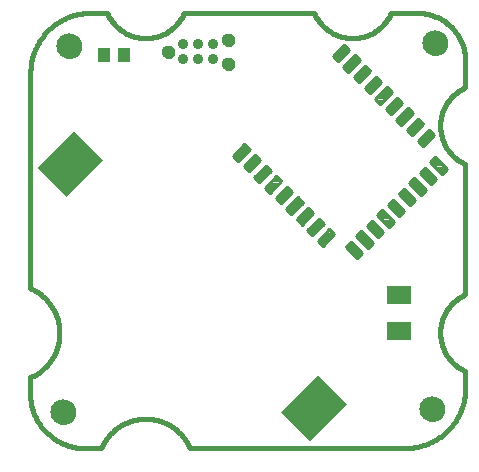
<source format=gts>
G75*
%MOIN*%
%OFA0B0*%
%FSLAX25Y25*%
%IPPOS*%
%LPD*%
%AMOC8*
5,1,8,0,0,1.08239X$1,22.5*
%
%ADD10C,0.00000*%
%ADD11C,0.08400*%
%ADD12C,0.01600*%
%ADD13R,0.17400X0.13400*%
%ADD14R,0.08274X0.06306*%
%ADD15C,0.01020*%
%ADD16C,0.03500*%
%ADD17C,0.04400*%
%ADD18R,0.04337X0.04731*%
D10*
X0027475Y0032412D02*
X0027477Y0032538D01*
X0027483Y0032664D01*
X0027493Y0032790D01*
X0027507Y0032916D01*
X0027525Y0033041D01*
X0027547Y0033165D01*
X0027572Y0033289D01*
X0027602Y0033412D01*
X0027635Y0033533D01*
X0027673Y0033654D01*
X0027714Y0033773D01*
X0027759Y0033892D01*
X0027807Y0034008D01*
X0027859Y0034123D01*
X0027915Y0034236D01*
X0027975Y0034348D01*
X0028038Y0034457D01*
X0028104Y0034565D01*
X0028173Y0034670D01*
X0028246Y0034773D01*
X0028323Y0034874D01*
X0028402Y0034972D01*
X0028484Y0035068D01*
X0028570Y0035161D01*
X0028658Y0035252D01*
X0028749Y0035339D01*
X0028843Y0035424D01*
X0028939Y0035505D01*
X0029038Y0035584D01*
X0029139Y0035659D01*
X0029243Y0035731D01*
X0029349Y0035800D01*
X0029457Y0035866D01*
X0029567Y0035928D01*
X0029679Y0035986D01*
X0029792Y0036041D01*
X0029908Y0036092D01*
X0030025Y0036140D01*
X0030143Y0036184D01*
X0030263Y0036224D01*
X0030384Y0036260D01*
X0030506Y0036293D01*
X0030629Y0036322D01*
X0030753Y0036346D01*
X0030877Y0036367D01*
X0031002Y0036384D01*
X0031128Y0036397D01*
X0031254Y0036406D01*
X0031380Y0036411D01*
X0031507Y0036412D01*
X0031633Y0036409D01*
X0031759Y0036402D01*
X0031885Y0036391D01*
X0032010Y0036376D01*
X0032135Y0036357D01*
X0032259Y0036334D01*
X0032383Y0036308D01*
X0032505Y0036277D01*
X0032627Y0036243D01*
X0032747Y0036204D01*
X0032866Y0036162D01*
X0032984Y0036117D01*
X0033100Y0036067D01*
X0033215Y0036014D01*
X0033327Y0035957D01*
X0033438Y0035897D01*
X0033547Y0035833D01*
X0033654Y0035766D01*
X0033759Y0035696D01*
X0033862Y0035622D01*
X0033962Y0035545D01*
X0034060Y0035465D01*
X0034155Y0035382D01*
X0034247Y0035296D01*
X0034337Y0035207D01*
X0034424Y0035115D01*
X0034507Y0035021D01*
X0034588Y0034924D01*
X0034666Y0034824D01*
X0034741Y0034722D01*
X0034812Y0034618D01*
X0034880Y0034511D01*
X0034944Y0034403D01*
X0035005Y0034292D01*
X0035063Y0034180D01*
X0035117Y0034066D01*
X0035167Y0033950D01*
X0035214Y0033833D01*
X0035257Y0033714D01*
X0035296Y0033594D01*
X0035332Y0033473D01*
X0035363Y0033350D01*
X0035391Y0033227D01*
X0035415Y0033103D01*
X0035435Y0032978D01*
X0035451Y0032853D01*
X0035463Y0032727D01*
X0035471Y0032601D01*
X0035475Y0032475D01*
X0035475Y0032349D01*
X0035471Y0032223D01*
X0035463Y0032097D01*
X0035451Y0031971D01*
X0035435Y0031846D01*
X0035415Y0031721D01*
X0035391Y0031597D01*
X0035363Y0031474D01*
X0035332Y0031351D01*
X0035296Y0031230D01*
X0035257Y0031110D01*
X0035214Y0030991D01*
X0035167Y0030874D01*
X0035117Y0030758D01*
X0035063Y0030644D01*
X0035005Y0030532D01*
X0034944Y0030421D01*
X0034880Y0030313D01*
X0034812Y0030206D01*
X0034741Y0030102D01*
X0034666Y0030000D01*
X0034588Y0029900D01*
X0034507Y0029803D01*
X0034424Y0029709D01*
X0034337Y0029617D01*
X0034247Y0029528D01*
X0034155Y0029442D01*
X0034060Y0029359D01*
X0033962Y0029279D01*
X0033862Y0029202D01*
X0033759Y0029128D01*
X0033654Y0029058D01*
X0033547Y0028991D01*
X0033438Y0028927D01*
X0033327Y0028867D01*
X0033215Y0028810D01*
X0033100Y0028757D01*
X0032984Y0028707D01*
X0032866Y0028662D01*
X0032747Y0028620D01*
X0032627Y0028581D01*
X0032505Y0028547D01*
X0032383Y0028516D01*
X0032259Y0028490D01*
X0032135Y0028467D01*
X0032010Y0028448D01*
X0031885Y0028433D01*
X0031759Y0028422D01*
X0031633Y0028415D01*
X0031507Y0028412D01*
X0031380Y0028413D01*
X0031254Y0028418D01*
X0031128Y0028427D01*
X0031002Y0028440D01*
X0030877Y0028457D01*
X0030753Y0028478D01*
X0030629Y0028502D01*
X0030506Y0028531D01*
X0030384Y0028564D01*
X0030263Y0028600D01*
X0030143Y0028640D01*
X0030025Y0028684D01*
X0029908Y0028732D01*
X0029792Y0028783D01*
X0029679Y0028838D01*
X0029567Y0028896D01*
X0029457Y0028958D01*
X0029349Y0029024D01*
X0029243Y0029093D01*
X0029139Y0029165D01*
X0029038Y0029240D01*
X0028939Y0029319D01*
X0028843Y0029400D01*
X0028749Y0029485D01*
X0028658Y0029572D01*
X0028570Y0029663D01*
X0028484Y0029756D01*
X0028402Y0029852D01*
X0028323Y0029950D01*
X0028246Y0030051D01*
X0028173Y0030154D01*
X0028104Y0030259D01*
X0028038Y0030367D01*
X0027975Y0030476D01*
X0027915Y0030588D01*
X0027859Y0030701D01*
X0027807Y0030816D01*
X0027759Y0030932D01*
X0027714Y0031051D01*
X0027673Y0031170D01*
X0027635Y0031291D01*
X0027602Y0031412D01*
X0027572Y0031535D01*
X0027547Y0031659D01*
X0027525Y0031783D01*
X0027507Y0031908D01*
X0027493Y0032034D01*
X0027483Y0032160D01*
X0027477Y0032286D01*
X0027475Y0032412D01*
X0084475Y0148412D02*
X0084477Y0148501D01*
X0084483Y0148590D01*
X0084493Y0148679D01*
X0084507Y0148767D01*
X0084524Y0148854D01*
X0084546Y0148940D01*
X0084572Y0149026D01*
X0084601Y0149110D01*
X0084634Y0149193D01*
X0084670Y0149274D01*
X0084711Y0149354D01*
X0084754Y0149431D01*
X0084801Y0149507D01*
X0084852Y0149580D01*
X0084905Y0149651D01*
X0084962Y0149720D01*
X0085022Y0149786D01*
X0085085Y0149850D01*
X0085150Y0149910D01*
X0085218Y0149968D01*
X0085289Y0150022D01*
X0085362Y0150073D01*
X0085437Y0150121D01*
X0085514Y0150166D01*
X0085593Y0150207D01*
X0085674Y0150244D01*
X0085756Y0150278D01*
X0085840Y0150309D01*
X0085925Y0150335D01*
X0086011Y0150358D01*
X0086098Y0150376D01*
X0086186Y0150391D01*
X0086275Y0150402D01*
X0086364Y0150409D01*
X0086453Y0150412D01*
X0086542Y0150411D01*
X0086631Y0150406D01*
X0086719Y0150397D01*
X0086808Y0150384D01*
X0086895Y0150367D01*
X0086982Y0150347D01*
X0087068Y0150322D01*
X0087152Y0150294D01*
X0087235Y0150262D01*
X0087317Y0150226D01*
X0087397Y0150187D01*
X0087475Y0150144D01*
X0087551Y0150098D01*
X0087625Y0150048D01*
X0087697Y0149995D01*
X0087766Y0149939D01*
X0087833Y0149880D01*
X0087897Y0149818D01*
X0087958Y0149754D01*
X0088017Y0149686D01*
X0088072Y0149616D01*
X0088124Y0149544D01*
X0088173Y0149469D01*
X0088218Y0149393D01*
X0088260Y0149314D01*
X0088298Y0149234D01*
X0088333Y0149152D01*
X0088364Y0149068D01*
X0088392Y0148983D01*
X0088415Y0148897D01*
X0088435Y0148810D01*
X0088451Y0148723D01*
X0088463Y0148634D01*
X0088471Y0148546D01*
X0088475Y0148457D01*
X0088475Y0148367D01*
X0088471Y0148278D01*
X0088463Y0148190D01*
X0088451Y0148101D01*
X0088435Y0148014D01*
X0088415Y0147927D01*
X0088392Y0147841D01*
X0088364Y0147756D01*
X0088333Y0147672D01*
X0088298Y0147590D01*
X0088260Y0147510D01*
X0088218Y0147431D01*
X0088173Y0147355D01*
X0088124Y0147280D01*
X0088072Y0147208D01*
X0088017Y0147138D01*
X0087958Y0147070D01*
X0087897Y0147006D01*
X0087833Y0146944D01*
X0087766Y0146885D01*
X0087697Y0146829D01*
X0087625Y0146776D01*
X0087551Y0146726D01*
X0087475Y0146680D01*
X0087397Y0146637D01*
X0087317Y0146598D01*
X0087235Y0146562D01*
X0087152Y0146530D01*
X0087068Y0146502D01*
X0086982Y0146477D01*
X0086895Y0146457D01*
X0086808Y0146440D01*
X0086719Y0146427D01*
X0086631Y0146418D01*
X0086542Y0146413D01*
X0086453Y0146412D01*
X0086364Y0146415D01*
X0086275Y0146422D01*
X0086186Y0146433D01*
X0086098Y0146448D01*
X0086011Y0146466D01*
X0085925Y0146489D01*
X0085840Y0146515D01*
X0085756Y0146546D01*
X0085674Y0146580D01*
X0085593Y0146617D01*
X0085514Y0146658D01*
X0085437Y0146703D01*
X0085362Y0146751D01*
X0085289Y0146802D01*
X0085218Y0146856D01*
X0085150Y0146914D01*
X0085085Y0146974D01*
X0085022Y0147038D01*
X0084962Y0147104D01*
X0084905Y0147173D01*
X0084852Y0147244D01*
X0084801Y0147317D01*
X0084754Y0147393D01*
X0084711Y0147470D01*
X0084670Y0147550D01*
X0084634Y0147631D01*
X0084601Y0147714D01*
X0084572Y0147798D01*
X0084546Y0147884D01*
X0084524Y0147970D01*
X0084507Y0148057D01*
X0084493Y0148145D01*
X0084483Y0148234D01*
X0084477Y0148323D01*
X0084475Y0148412D01*
X0084475Y0156412D02*
X0084477Y0156501D01*
X0084483Y0156590D01*
X0084493Y0156679D01*
X0084507Y0156767D01*
X0084524Y0156854D01*
X0084546Y0156940D01*
X0084572Y0157026D01*
X0084601Y0157110D01*
X0084634Y0157193D01*
X0084670Y0157274D01*
X0084711Y0157354D01*
X0084754Y0157431D01*
X0084801Y0157507D01*
X0084852Y0157580D01*
X0084905Y0157651D01*
X0084962Y0157720D01*
X0085022Y0157786D01*
X0085085Y0157850D01*
X0085150Y0157910D01*
X0085218Y0157968D01*
X0085289Y0158022D01*
X0085362Y0158073D01*
X0085437Y0158121D01*
X0085514Y0158166D01*
X0085593Y0158207D01*
X0085674Y0158244D01*
X0085756Y0158278D01*
X0085840Y0158309D01*
X0085925Y0158335D01*
X0086011Y0158358D01*
X0086098Y0158376D01*
X0086186Y0158391D01*
X0086275Y0158402D01*
X0086364Y0158409D01*
X0086453Y0158412D01*
X0086542Y0158411D01*
X0086631Y0158406D01*
X0086719Y0158397D01*
X0086808Y0158384D01*
X0086895Y0158367D01*
X0086982Y0158347D01*
X0087068Y0158322D01*
X0087152Y0158294D01*
X0087235Y0158262D01*
X0087317Y0158226D01*
X0087397Y0158187D01*
X0087475Y0158144D01*
X0087551Y0158098D01*
X0087625Y0158048D01*
X0087697Y0157995D01*
X0087766Y0157939D01*
X0087833Y0157880D01*
X0087897Y0157818D01*
X0087958Y0157754D01*
X0088017Y0157686D01*
X0088072Y0157616D01*
X0088124Y0157544D01*
X0088173Y0157469D01*
X0088218Y0157393D01*
X0088260Y0157314D01*
X0088298Y0157234D01*
X0088333Y0157152D01*
X0088364Y0157068D01*
X0088392Y0156983D01*
X0088415Y0156897D01*
X0088435Y0156810D01*
X0088451Y0156723D01*
X0088463Y0156634D01*
X0088471Y0156546D01*
X0088475Y0156457D01*
X0088475Y0156367D01*
X0088471Y0156278D01*
X0088463Y0156190D01*
X0088451Y0156101D01*
X0088435Y0156014D01*
X0088415Y0155927D01*
X0088392Y0155841D01*
X0088364Y0155756D01*
X0088333Y0155672D01*
X0088298Y0155590D01*
X0088260Y0155510D01*
X0088218Y0155431D01*
X0088173Y0155355D01*
X0088124Y0155280D01*
X0088072Y0155208D01*
X0088017Y0155138D01*
X0087958Y0155070D01*
X0087897Y0155006D01*
X0087833Y0154944D01*
X0087766Y0154885D01*
X0087697Y0154829D01*
X0087625Y0154776D01*
X0087551Y0154726D01*
X0087475Y0154680D01*
X0087397Y0154637D01*
X0087317Y0154598D01*
X0087235Y0154562D01*
X0087152Y0154530D01*
X0087068Y0154502D01*
X0086982Y0154477D01*
X0086895Y0154457D01*
X0086808Y0154440D01*
X0086719Y0154427D01*
X0086631Y0154418D01*
X0086542Y0154413D01*
X0086453Y0154412D01*
X0086364Y0154415D01*
X0086275Y0154422D01*
X0086186Y0154433D01*
X0086098Y0154448D01*
X0086011Y0154466D01*
X0085925Y0154489D01*
X0085840Y0154515D01*
X0085756Y0154546D01*
X0085674Y0154580D01*
X0085593Y0154617D01*
X0085514Y0154658D01*
X0085437Y0154703D01*
X0085362Y0154751D01*
X0085289Y0154802D01*
X0085218Y0154856D01*
X0085150Y0154914D01*
X0085085Y0154974D01*
X0085022Y0155038D01*
X0084962Y0155104D01*
X0084905Y0155173D01*
X0084852Y0155244D01*
X0084801Y0155317D01*
X0084754Y0155393D01*
X0084711Y0155470D01*
X0084670Y0155550D01*
X0084634Y0155631D01*
X0084601Y0155714D01*
X0084572Y0155798D01*
X0084546Y0155884D01*
X0084524Y0155970D01*
X0084507Y0156057D01*
X0084493Y0156145D01*
X0084483Y0156234D01*
X0084477Y0156323D01*
X0084475Y0156412D01*
X0064475Y0152412D02*
X0064477Y0152501D01*
X0064483Y0152590D01*
X0064493Y0152679D01*
X0064507Y0152767D01*
X0064524Y0152854D01*
X0064546Y0152940D01*
X0064572Y0153026D01*
X0064601Y0153110D01*
X0064634Y0153193D01*
X0064670Y0153274D01*
X0064711Y0153354D01*
X0064754Y0153431D01*
X0064801Y0153507D01*
X0064852Y0153580D01*
X0064905Y0153651D01*
X0064962Y0153720D01*
X0065022Y0153786D01*
X0065085Y0153850D01*
X0065150Y0153910D01*
X0065218Y0153968D01*
X0065289Y0154022D01*
X0065362Y0154073D01*
X0065437Y0154121D01*
X0065514Y0154166D01*
X0065593Y0154207D01*
X0065674Y0154244D01*
X0065756Y0154278D01*
X0065840Y0154309D01*
X0065925Y0154335D01*
X0066011Y0154358D01*
X0066098Y0154376D01*
X0066186Y0154391D01*
X0066275Y0154402D01*
X0066364Y0154409D01*
X0066453Y0154412D01*
X0066542Y0154411D01*
X0066631Y0154406D01*
X0066719Y0154397D01*
X0066808Y0154384D01*
X0066895Y0154367D01*
X0066982Y0154347D01*
X0067068Y0154322D01*
X0067152Y0154294D01*
X0067235Y0154262D01*
X0067317Y0154226D01*
X0067397Y0154187D01*
X0067475Y0154144D01*
X0067551Y0154098D01*
X0067625Y0154048D01*
X0067697Y0153995D01*
X0067766Y0153939D01*
X0067833Y0153880D01*
X0067897Y0153818D01*
X0067958Y0153754D01*
X0068017Y0153686D01*
X0068072Y0153616D01*
X0068124Y0153544D01*
X0068173Y0153469D01*
X0068218Y0153393D01*
X0068260Y0153314D01*
X0068298Y0153234D01*
X0068333Y0153152D01*
X0068364Y0153068D01*
X0068392Y0152983D01*
X0068415Y0152897D01*
X0068435Y0152810D01*
X0068451Y0152723D01*
X0068463Y0152634D01*
X0068471Y0152546D01*
X0068475Y0152457D01*
X0068475Y0152367D01*
X0068471Y0152278D01*
X0068463Y0152190D01*
X0068451Y0152101D01*
X0068435Y0152014D01*
X0068415Y0151927D01*
X0068392Y0151841D01*
X0068364Y0151756D01*
X0068333Y0151672D01*
X0068298Y0151590D01*
X0068260Y0151510D01*
X0068218Y0151431D01*
X0068173Y0151355D01*
X0068124Y0151280D01*
X0068072Y0151208D01*
X0068017Y0151138D01*
X0067958Y0151070D01*
X0067897Y0151006D01*
X0067833Y0150944D01*
X0067766Y0150885D01*
X0067697Y0150829D01*
X0067625Y0150776D01*
X0067551Y0150726D01*
X0067475Y0150680D01*
X0067397Y0150637D01*
X0067317Y0150598D01*
X0067235Y0150562D01*
X0067152Y0150530D01*
X0067068Y0150502D01*
X0066982Y0150477D01*
X0066895Y0150457D01*
X0066808Y0150440D01*
X0066719Y0150427D01*
X0066631Y0150418D01*
X0066542Y0150413D01*
X0066453Y0150412D01*
X0066364Y0150415D01*
X0066275Y0150422D01*
X0066186Y0150433D01*
X0066098Y0150448D01*
X0066011Y0150466D01*
X0065925Y0150489D01*
X0065840Y0150515D01*
X0065756Y0150546D01*
X0065674Y0150580D01*
X0065593Y0150617D01*
X0065514Y0150658D01*
X0065437Y0150703D01*
X0065362Y0150751D01*
X0065289Y0150802D01*
X0065218Y0150856D01*
X0065150Y0150914D01*
X0065085Y0150974D01*
X0065022Y0151038D01*
X0064962Y0151104D01*
X0064905Y0151173D01*
X0064852Y0151244D01*
X0064801Y0151317D01*
X0064754Y0151393D01*
X0064711Y0151470D01*
X0064670Y0151550D01*
X0064634Y0151631D01*
X0064601Y0151714D01*
X0064572Y0151798D01*
X0064546Y0151884D01*
X0064524Y0151970D01*
X0064507Y0152057D01*
X0064493Y0152145D01*
X0064483Y0152234D01*
X0064477Y0152323D01*
X0064475Y0152412D01*
X0029475Y0154412D02*
X0029477Y0154538D01*
X0029483Y0154664D01*
X0029493Y0154790D01*
X0029507Y0154916D01*
X0029525Y0155041D01*
X0029547Y0155165D01*
X0029572Y0155289D01*
X0029602Y0155412D01*
X0029635Y0155533D01*
X0029673Y0155654D01*
X0029714Y0155773D01*
X0029759Y0155892D01*
X0029807Y0156008D01*
X0029859Y0156123D01*
X0029915Y0156236D01*
X0029975Y0156348D01*
X0030038Y0156457D01*
X0030104Y0156565D01*
X0030173Y0156670D01*
X0030246Y0156773D01*
X0030323Y0156874D01*
X0030402Y0156972D01*
X0030484Y0157068D01*
X0030570Y0157161D01*
X0030658Y0157252D01*
X0030749Y0157339D01*
X0030843Y0157424D01*
X0030939Y0157505D01*
X0031038Y0157584D01*
X0031139Y0157659D01*
X0031243Y0157731D01*
X0031349Y0157800D01*
X0031457Y0157866D01*
X0031567Y0157928D01*
X0031679Y0157986D01*
X0031792Y0158041D01*
X0031908Y0158092D01*
X0032025Y0158140D01*
X0032143Y0158184D01*
X0032263Y0158224D01*
X0032384Y0158260D01*
X0032506Y0158293D01*
X0032629Y0158322D01*
X0032753Y0158346D01*
X0032877Y0158367D01*
X0033002Y0158384D01*
X0033128Y0158397D01*
X0033254Y0158406D01*
X0033380Y0158411D01*
X0033507Y0158412D01*
X0033633Y0158409D01*
X0033759Y0158402D01*
X0033885Y0158391D01*
X0034010Y0158376D01*
X0034135Y0158357D01*
X0034259Y0158334D01*
X0034383Y0158308D01*
X0034505Y0158277D01*
X0034627Y0158243D01*
X0034747Y0158204D01*
X0034866Y0158162D01*
X0034984Y0158117D01*
X0035100Y0158067D01*
X0035215Y0158014D01*
X0035327Y0157957D01*
X0035438Y0157897D01*
X0035547Y0157833D01*
X0035654Y0157766D01*
X0035759Y0157696D01*
X0035862Y0157622D01*
X0035962Y0157545D01*
X0036060Y0157465D01*
X0036155Y0157382D01*
X0036247Y0157296D01*
X0036337Y0157207D01*
X0036424Y0157115D01*
X0036507Y0157021D01*
X0036588Y0156924D01*
X0036666Y0156824D01*
X0036741Y0156722D01*
X0036812Y0156618D01*
X0036880Y0156511D01*
X0036944Y0156403D01*
X0037005Y0156292D01*
X0037063Y0156180D01*
X0037117Y0156066D01*
X0037167Y0155950D01*
X0037214Y0155833D01*
X0037257Y0155714D01*
X0037296Y0155594D01*
X0037332Y0155473D01*
X0037363Y0155350D01*
X0037391Y0155227D01*
X0037415Y0155103D01*
X0037435Y0154978D01*
X0037451Y0154853D01*
X0037463Y0154727D01*
X0037471Y0154601D01*
X0037475Y0154475D01*
X0037475Y0154349D01*
X0037471Y0154223D01*
X0037463Y0154097D01*
X0037451Y0153971D01*
X0037435Y0153846D01*
X0037415Y0153721D01*
X0037391Y0153597D01*
X0037363Y0153474D01*
X0037332Y0153351D01*
X0037296Y0153230D01*
X0037257Y0153110D01*
X0037214Y0152991D01*
X0037167Y0152874D01*
X0037117Y0152758D01*
X0037063Y0152644D01*
X0037005Y0152532D01*
X0036944Y0152421D01*
X0036880Y0152313D01*
X0036812Y0152206D01*
X0036741Y0152102D01*
X0036666Y0152000D01*
X0036588Y0151900D01*
X0036507Y0151803D01*
X0036424Y0151709D01*
X0036337Y0151617D01*
X0036247Y0151528D01*
X0036155Y0151442D01*
X0036060Y0151359D01*
X0035962Y0151279D01*
X0035862Y0151202D01*
X0035759Y0151128D01*
X0035654Y0151058D01*
X0035547Y0150991D01*
X0035438Y0150927D01*
X0035327Y0150867D01*
X0035215Y0150810D01*
X0035100Y0150757D01*
X0034984Y0150707D01*
X0034866Y0150662D01*
X0034747Y0150620D01*
X0034627Y0150581D01*
X0034505Y0150547D01*
X0034383Y0150516D01*
X0034259Y0150490D01*
X0034135Y0150467D01*
X0034010Y0150448D01*
X0033885Y0150433D01*
X0033759Y0150422D01*
X0033633Y0150415D01*
X0033507Y0150412D01*
X0033380Y0150413D01*
X0033254Y0150418D01*
X0033128Y0150427D01*
X0033002Y0150440D01*
X0032877Y0150457D01*
X0032753Y0150478D01*
X0032629Y0150502D01*
X0032506Y0150531D01*
X0032384Y0150564D01*
X0032263Y0150600D01*
X0032143Y0150640D01*
X0032025Y0150684D01*
X0031908Y0150732D01*
X0031792Y0150783D01*
X0031679Y0150838D01*
X0031567Y0150896D01*
X0031457Y0150958D01*
X0031349Y0151024D01*
X0031243Y0151093D01*
X0031139Y0151165D01*
X0031038Y0151240D01*
X0030939Y0151319D01*
X0030843Y0151400D01*
X0030749Y0151485D01*
X0030658Y0151572D01*
X0030570Y0151663D01*
X0030484Y0151756D01*
X0030402Y0151852D01*
X0030323Y0151950D01*
X0030246Y0152051D01*
X0030173Y0152154D01*
X0030104Y0152259D01*
X0030038Y0152367D01*
X0029975Y0152476D01*
X0029915Y0152588D01*
X0029859Y0152701D01*
X0029807Y0152816D01*
X0029759Y0152932D01*
X0029714Y0153051D01*
X0029673Y0153170D01*
X0029635Y0153291D01*
X0029602Y0153412D01*
X0029572Y0153535D01*
X0029547Y0153659D01*
X0029525Y0153783D01*
X0029507Y0153908D01*
X0029493Y0154034D01*
X0029483Y0154160D01*
X0029477Y0154286D01*
X0029475Y0154412D01*
X0150475Y0033412D02*
X0150477Y0033538D01*
X0150483Y0033664D01*
X0150493Y0033790D01*
X0150507Y0033916D01*
X0150525Y0034041D01*
X0150547Y0034165D01*
X0150572Y0034289D01*
X0150602Y0034412D01*
X0150635Y0034533D01*
X0150673Y0034654D01*
X0150714Y0034773D01*
X0150759Y0034892D01*
X0150807Y0035008D01*
X0150859Y0035123D01*
X0150915Y0035236D01*
X0150975Y0035348D01*
X0151038Y0035457D01*
X0151104Y0035565D01*
X0151173Y0035670D01*
X0151246Y0035773D01*
X0151323Y0035874D01*
X0151402Y0035972D01*
X0151484Y0036068D01*
X0151570Y0036161D01*
X0151658Y0036252D01*
X0151749Y0036339D01*
X0151843Y0036424D01*
X0151939Y0036505D01*
X0152038Y0036584D01*
X0152139Y0036659D01*
X0152243Y0036731D01*
X0152349Y0036800D01*
X0152457Y0036866D01*
X0152567Y0036928D01*
X0152679Y0036986D01*
X0152792Y0037041D01*
X0152908Y0037092D01*
X0153025Y0037140D01*
X0153143Y0037184D01*
X0153263Y0037224D01*
X0153384Y0037260D01*
X0153506Y0037293D01*
X0153629Y0037322D01*
X0153753Y0037346D01*
X0153877Y0037367D01*
X0154002Y0037384D01*
X0154128Y0037397D01*
X0154254Y0037406D01*
X0154380Y0037411D01*
X0154507Y0037412D01*
X0154633Y0037409D01*
X0154759Y0037402D01*
X0154885Y0037391D01*
X0155010Y0037376D01*
X0155135Y0037357D01*
X0155259Y0037334D01*
X0155383Y0037308D01*
X0155505Y0037277D01*
X0155627Y0037243D01*
X0155747Y0037204D01*
X0155866Y0037162D01*
X0155984Y0037117D01*
X0156100Y0037067D01*
X0156215Y0037014D01*
X0156327Y0036957D01*
X0156438Y0036897D01*
X0156547Y0036833D01*
X0156654Y0036766D01*
X0156759Y0036696D01*
X0156862Y0036622D01*
X0156962Y0036545D01*
X0157060Y0036465D01*
X0157155Y0036382D01*
X0157247Y0036296D01*
X0157337Y0036207D01*
X0157424Y0036115D01*
X0157507Y0036021D01*
X0157588Y0035924D01*
X0157666Y0035824D01*
X0157741Y0035722D01*
X0157812Y0035618D01*
X0157880Y0035511D01*
X0157944Y0035403D01*
X0158005Y0035292D01*
X0158063Y0035180D01*
X0158117Y0035066D01*
X0158167Y0034950D01*
X0158214Y0034833D01*
X0158257Y0034714D01*
X0158296Y0034594D01*
X0158332Y0034473D01*
X0158363Y0034350D01*
X0158391Y0034227D01*
X0158415Y0034103D01*
X0158435Y0033978D01*
X0158451Y0033853D01*
X0158463Y0033727D01*
X0158471Y0033601D01*
X0158475Y0033475D01*
X0158475Y0033349D01*
X0158471Y0033223D01*
X0158463Y0033097D01*
X0158451Y0032971D01*
X0158435Y0032846D01*
X0158415Y0032721D01*
X0158391Y0032597D01*
X0158363Y0032474D01*
X0158332Y0032351D01*
X0158296Y0032230D01*
X0158257Y0032110D01*
X0158214Y0031991D01*
X0158167Y0031874D01*
X0158117Y0031758D01*
X0158063Y0031644D01*
X0158005Y0031532D01*
X0157944Y0031421D01*
X0157880Y0031313D01*
X0157812Y0031206D01*
X0157741Y0031102D01*
X0157666Y0031000D01*
X0157588Y0030900D01*
X0157507Y0030803D01*
X0157424Y0030709D01*
X0157337Y0030617D01*
X0157247Y0030528D01*
X0157155Y0030442D01*
X0157060Y0030359D01*
X0156962Y0030279D01*
X0156862Y0030202D01*
X0156759Y0030128D01*
X0156654Y0030058D01*
X0156547Y0029991D01*
X0156438Y0029927D01*
X0156327Y0029867D01*
X0156215Y0029810D01*
X0156100Y0029757D01*
X0155984Y0029707D01*
X0155866Y0029662D01*
X0155747Y0029620D01*
X0155627Y0029581D01*
X0155505Y0029547D01*
X0155383Y0029516D01*
X0155259Y0029490D01*
X0155135Y0029467D01*
X0155010Y0029448D01*
X0154885Y0029433D01*
X0154759Y0029422D01*
X0154633Y0029415D01*
X0154507Y0029412D01*
X0154380Y0029413D01*
X0154254Y0029418D01*
X0154128Y0029427D01*
X0154002Y0029440D01*
X0153877Y0029457D01*
X0153753Y0029478D01*
X0153629Y0029502D01*
X0153506Y0029531D01*
X0153384Y0029564D01*
X0153263Y0029600D01*
X0153143Y0029640D01*
X0153025Y0029684D01*
X0152908Y0029732D01*
X0152792Y0029783D01*
X0152679Y0029838D01*
X0152567Y0029896D01*
X0152457Y0029958D01*
X0152349Y0030024D01*
X0152243Y0030093D01*
X0152139Y0030165D01*
X0152038Y0030240D01*
X0151939Y0030319D01*
X0151843Y0030400D01*
X0151749Y0030485D01*
X0151658Y0030572D01*
X0151570Y0030663D01*
X0151484Y0030756D01*
X0151402Y0030852D01*
X0151323Y0030950D01*
X0151246Y0031051D01*
X0151173Y0031154D01*
X0151104Y0031259D01*
X0151038Y0031367D01*
X0150975Y0031476D01*
X0150915Y0031588D01*
X0150859Y0031701D01*
X0150807Y0031816D01*
X0150759Y0031932D01*
X0150714Y0032051D01*
X0150673Y0032170D01*
X0150635Y0032291D01*
X0150602Y0032412D01*
X0150572Y0032535D01*
X0150547Y0032659D01*
X0150525Y0032783D01*
X0150507Y0032908D01*
X0150493Y0033034D01*
X0150483Y0033160D01*
X0150477Y0033286D01*
X0150475Y0033412D01*
X0151475Y0155412D02*
X0151477Y0155538D01*
X0151483Y0155664D01*
X0151493Y0155790D01*
X0151507Y0155916D01*
X0151525Y0156041D01*
X0151547Y0156165D01*
X0151572Y0156289D01*
X0151602Y0156412D01*
X0151635Y0156533D01*
X0151673Y0156654D01*
X0151714Y0156773D01*
X0151759Y0156892D01*
X0151807Y0157008D01*
X0151859Y0157123D01*
X0151915Y0157236D01*
X0151975Y0157348D01*
X0152038Y0157457D01*
X0152104Y0157565D01*
X0152173Y0157670D01*
X0152246Y0157773D01*
X0152323Y0157874D01*
X0152402Y0157972D01*
X0152484Y0158068D01*
X0152570Y0158161D01*
X0152658Y0158252D01*
X0152749Y0158339D01*
X0152843Y0158424D01*
X0152939Y0158505D01*
X0153038Y0158584D01*
X0153139Y0158659D01*
X0153243Y0158731D01*
X0153349Y0158800D01*
X0153457Y0158866D01*
X0153567Y0158928D01*
X0153679Y0158986D01*
X0153792Y0159041D01*
X0153908Y0159092D01*
X0154025Y0159140D01*
X0154143Y0159184D01*
X0154263Y0159224D01*
X0154384Y0159260D01*
X0154506Y0159293D01*
X0154629Y0159322D01*
X0154753Y0159346D01*
X0154877Y0159367D01*
X0155002Y0159384D01*
X0155128Y0159397D01*
X0155254Y0159406D01*
X0155380Y0159411D01*
X0155507Y0159412D01*
X0155633Y0159409D01*
X0155759Y0159402D01*
X0155885Y0159391D01*
X0156010Y0159376D01*
X0156135Y0159357D01*
X0156259Y0159334D01*
X0156383Y0159308D01*
X0156505Y0159277D01*
X0156627Y0159243D01*
X0156747Y0159204D01*
X0156866Y0159162D01*
X0156984Y0159117D01*
X0157100Y0159067D01*
X0157215Y0159014D01*
X0157327Y0158957D01*
X0157438Y0158897D01*
X0157547Y0158833D01*
X0157654Y0158766D01*
X0157759Y0158696D01*
X0157862Y0158622D01*
X0157962Y0158545D01*
X0158060Y0158465D01*
X0158155Y0158382D01*
X0158247Y0158296D01*
X0158337Y0158207D01*
X0158424Y0158115D01*
X0158507Y0158021D01*
X0158588Y0157924D01*
X0158666Y0157824D01*
X0158741Y0157722D01*
X0158812Y0157618D01*
X0158880Y0157511D01*
X0158944Y0157403D01*
X0159005Y0157292D01*
X0159063Y0157180D01*
X0159117Y0157066D01*
X0159167Y0156950D01*
X0159214Y0156833D01*
X0159257Y0156714D01*
X0159296Y0156594D01*
X0159332Y0156473D01*
X0159363Y0156350D01*
X0159391Y0156227D01*
X0159415Y0156103D01*
X0159435Y0155978D01*
X0159451Y0155853D01*
X0159463Y0155727D01*
X0159471Y0155601D01*
X0159475Y0155475D01*
X0159475Y0155349D01*
X0159471Y0155223D01*
X0159463Y0155097D01*
X0159451Y0154971D01*
X0159435Y0154846D01*
X0159415Y0154721D01*
X0159391Y0154597D01*
X0159363Y0154474D01*
X0159332Y0154351D01*
X0159296Y0154230D01*
X0159257Y0154110D01*
X0159214Y0153991D01*
X0159167Y0153874D01*
X0159117Y0153758D01*
X0159063Y0153644D01*
X0159005Y0153532D01*
X0158944Y0153421D01*
X0158880Y0153313D01*
X0158812Y0153206D01*
X0158741Y0153102D01*
X0158666Y0153000D01*
X0158588Y0152900D01*
X0158507Y0152803D01*
X0158424Y0152709D01*
X0158337Y0152617D01*
X0158247Y0152528D01*
X0158155Y0152442D01*
X0158060Y0152359D01*
X0157962Y0152279D01*
X0157862Y0152202D01*
X0157759Y0152128D01*
X0157654Y0152058D01*
X0157547Y0151991D01*
X0157438Y0151927D01*
X0157327Y0151867D01*
X0157215Y0151810D01*
X0157100Y0151757D01*
X0156984Y0151707D01*
X0156866Y0151662D01*
X0156747Y0151620D01*
X0156627Y0151581D01*
X0156505Y0151547D01*
X0156383Y0151516D01*
X0156259Y0151490D01*
X0156135Y0151467D01*
X0156010Y0151448D01*
X0155885Y0151433D01*
X0155759Y0151422D01*
X0155633Y0151415D01*
X0155507Y0151412D01*
X0155380Y0151413D01*
X0155254Y0151418D01*
X0155128Y0151427D01*
X0155002Y0151440D01*
X0154877Y0151457D01*
X0154753Y0151478D01*
X0154629Y0151502D01*
X0154506Y0151531D01*
X0154384Y0151564D01*
X0154263Y0151600D01*
X0154143Y0151640D01*
X0154025Y0151684D01*
X0153908Y0151732D01*
X0153792Y0151783D01*
X0153679Y0151838D01*
X0153567Y0151896D01*
X0153457Y0151958D01*
X0153349Y0152024D01*
X0153243Y0152093D01*
X0153139Y0152165D01*
X0153038Y0152240D01*
X0152939Y0152319D01*
X0152843Y0152400D01*
X0152749Y0152485D01*
X0152658Y0152572D01*
X0152570Y0152663D01*
X0152484Y0152756D01*
X0152402Y0152852D01*
X0152323Y0152950D01*
X0152246Y0153051D01*
X0152173Y0153154D01*
X0152104Y0153259D01*
X0152038Y0153367D01*
X0151975Y0153476D01*
X0151915Y0153588D01*
X0151859Y0153701D01*
X0151807Y0153816D01*
X0151759Y0153932D01*
X0151714Y0154051D01*
X0151673Y0154170D01*
X0151635Y0154291D01*
X0151602Y0154412D01*
X0151572Y0154535D01*
X0151547Y0154659D01*
X0151525Y0154783D01*
X0151507Y0154908D01*
X0151493Y0155034D01*
X0151483Y0155160D01*
X0151477Y0155286D01*
X0151475Y0155412D01*
D11*
X0031475Y0032412D03*
X0033475Y0154412D03*
X0154475Y0033412D03*
X0155475Y0155412D03*
D12*
X0165475Y0149412D02*
X0165470Y0149799D01*
X0165456Y0150185D01*
X0165433Y0150571D01*
X0165400Y0150956D01*
X0165358Y0151341D01*
X0165307Y0151724D01*
X0165247Y0152106D01*
X0165177Y0152486D01*
X0165098Y0152865D01*
X0165010Y0153241D01*
X0164913Y0153615D01*
X0164807Y0153987D01*
X0164692Y0154356D01*
X0164568Y0154723D01*
X0164435Y0155086D01*
X0164294Y0155446D01*
X0164144Y0155802D01*
X0163985Y0156154D01*
X0163818Y0156503D01*
X0163642Y0156848D01*
X0163458Y0157188D01*
X0163267Y0157523D01*
X0163066Y0157854D01*
X0162859Y0158180D01*
X0162643Y0158501D01*
X0162419Y0158817D01*
X0162188Y0159127D01*
X0161950Y0159431D01*
X0161704Y0159729D01*
X0161451Y0160022D01*
X0161191Y0160308D01*
X0160925Y0160588D01*
X0160651Y0160862D01*
X0160371Y0161128D01*
X0160085Y0161388D01*
X0159792Y0161641D01*
X0159494Y0161887D01*
X0159190Y0162125D01*
X0158880Y0162356D01*
X0158564Y0162580D01*
X0158243Y0162796D01*
X0157917Y0163003D01*
X0157586Y0163204D01*
X0157251Y0163395D01*
X0156911Y0163579D01*
X0156566Y0163755D01*
X0156217Y0163922D01*
X0155865Y0164081D01*
X0155509Y0164231D01*
X0155149Y0164372D01*
X0154786Y0164505D01*
X0154419Y0164629D01*
X0154050Y0164744D01*
X0153678Y0164850D01*
X0153304Y0164947D01*
X0152928Y0165035D01*
X0152549Y0165114D01*
X0152169Y0165184D01*
X0151787Y0165244D01*
X0151404Y0165295D01*
X0151019Y0165337D01*
X0150634Y0165370D01*
X0150248Y0165393D01*
X0149862Y0165407D01*
X0149475Y0165412D01*
X0140656Y0165412D01*
X0140656Y0165411D02*
X0140517Y0165100D01*
X0140370Y0164792D01*
X0140215Y0164488D01*
X0140053Y0164188D01*
X0139884Y0163892D01*
X0139708Y0163600D01*
X0139524Y0163312D01*
X0139334Y0163029D01*
X0139137Y0162751D01*
X0138933Y0162478D01*
X0138722Y0162209D01*
X0138505Y0161946D01*
X0138281Y0161689D01*
X0138051Y0161437D01*
X0137816Y0161190D01*
X0137574Y0160950D01*
X0137326Y0160715D01*
X0137073Y0160487D01*
X0136814Y0160265D01*
X0136550Y0160049D01*
X0136280Y0159840D01*
X0136006Y0159637D01*
X0135727Y0159441D01*
X0135443Y0159252D01*
X0135154Y0159070D01*
X0134861Y0158895D01*
X0134564Y0158728D01*
X0134263Y0158568D01*
X0133958Y0158415D01*
X0133650Y0158269D01*
X0133338Y0158131D01*
X0133022Y0158001D01*
X0132704Y0157879D01*
X0132383Y0157764D01*
X0132059Y0157658D01*
X0131732Y0157559D01*
X0131403Y0157468D01*
X0131072Y0157386D01*
X0130740Y0157311D01*
X0130405Y0157245D01*
X0130069Y0157187D01*
X0129731Y0157137D01*
X0129393Y0157095D01*
X0129053Y0157062D01*
X0128713Y0157037D01*
X0128373Y0157020D01*
X0128032Y0157012D01*
X0127690Y0157012D01*
X0127349Y0157020D01*
X0127009Y0157037D01*
X0126669Y0157062D01*
X0126329Y0157095D01*
X0125991Y0157137D01*
X0125653Y0157187D01*
X0125317Y0157245D01*
X0124982Y0157311D01*
X0124650Y0157386D01*
X0124319Y0157468D01*
X0123990Y0157559D01*
X0123663Y0157658D01*
X0123339Y0157764D01*
X0123018Y0157879D01*
X0122700Y0158001D01*
X0122384Y0158131D01*
X0122072Y0158269D01*
X0121764Y0158415D01*
X0121459Y0158568D01*
X0121158Y0158728D01*
X0120861Y0158895D01*
X0120568Y0159070D01*
X0120279Y0159252D01*
X0119995Y0159441D01*
X0119716Y0159637D01*
X0119442Y0159840D01*
X0119172Y0160049D01*
X0118908Y0160265D01*
X0118649Y0160487D01*
X0118396Y0160715D01*
X0118148Y0160950D01*
X0117906Y0161190D01*
X0117671Y0161437D01*
X0117441Y0161689D01*
X0117217Y0161946D01*
X0117000Y0162209D01*
X0116789Y0162478D01*
X0116585Y0162751D01*
X0116388Y0163029D01*
X0116198Y0163312D01*
X0116014Y0163600D01*
X0115838Y0163892D01*
X0115669Y0164188D01*
X0115507Y0164488D01*
X0115352Y0164792D01*
X0115205Y0165100D01*
X0115066Y0165411D01*
X0115065Y0165412D02*
X0071656Y0165412D01*
X0071656Y0165411D02*
X0071517Y0165100D01*
X0071370Y0164792D01*
X0071215Y0164488D01*
X0071053Y0164188D01*
X0070884Y0163892D01*
X0070708Y0163600D01*
X0070524Y0163312D01*
X0070334Y0163029D01*
X0070137Y0162751D01*
X0069933Y0162478D01*
X0069722Y0162209D01*
X0069505Y0161946D01*
X0069281Y0161689D01*
X0069051Y0161437D01*
X0068816Y0161190D01*
X0068574Y0160950D01*
X0068326Y0160715D01*
X0068073Y0160487D01*
X0067814Y0160265D01*
X0067550Y0160049D01*
X0067280Y0159840D01*
X0067006Y0159637D01*
X0066727Y0159441D01*
X0066443Y0159252D01*
X0066154Y0159070D01*
X0065861Y0158895D01*
X0065564Y0158728D01*
X0065263Y0158568D01*
X0064958Y0158415D01*
X0064650Y0158269D01*
X0064338Y0158131D01*
X0064022Y0158001D01*
X0063704Y0157879D01*
X0063383Y0157764D01*
X0063059Y0157658D01*
X0062732Y0157559D01*
X0062403Y0157468D01*
X0062072Y0157386D01*
X0061740Y0157311D01*
X0061405Y0157245D01*
X0061069Y0157187D01*
X0060731Y0157137D01*
X0060393Y0157095D01*
X0060053Y0157062D01*
X0059713Y0157037D01*
X0059373Y0157020D01*
X0059032Y0157012D01*
X0058690Y0157012D01*
X0058349Y0157020D01*
X0058009Y0157037D01*
X0057669Y0157062D01*
X0057329Y0157095D01*
X0056991Y0157137D01*
X0056653Y0157187D01*
X0056317Y0157245D01*
X0055982Y0157311D01*
X0055650Y0157386D01*
X0055319Y0157468D01*
X0054990Y0157559D01*
X0054663Y0157658D01*
X0054339Y0157764D01*
X0054018Y0157879D01*
X0053700Y0158001D01*
X0053384Y0158131D01*
X0053072Y0158269D01*
X0052764Y0158415D01*
X0052459Y0158568D01*
X0052158Y0158728D01*
X0051861Y0158895D01*
X0051568Y0159070D01*
X0051279Y0159252D01*
X0050995Y0159441D01*
X0050716Y0159637D01*
X0050442Y0159840D01*
X0050172Y0160049D01*
X0049908Y0160265D01*
X0049649Y0160487D01*
X0049396Y0160715D01*
X0049148Y0160950D01*
X0048906Y0161190D01*
X0048671Y0161437D01*
X0048441Y0161689D01*
X0048217Y0161946D01*
X0048000Y0162209D01*
X0047789Y0162478D01*
X0047585Y0162751D01*
X0047388Y0163029D01*
X0047198Y0163312D01*
X0047014Y0163600D01*
X0046838Y0163892D01*
X0046669Y0164188D01*
X0046507Y0164488D01*
X0046352Y0164792D01*
X0046205Y0165100D01*
X0046066Y0165411D01*
X0046065Y0165412D02*
X0040475Y0165412D01*
X0039992Y0165406D01*
X0039509Y0165389D01*
X0039026Y0165359D01*
X0038545Y0165319D01*
X0038064Y0165266D01*
X0037585Y0165202D01*
X0037108Y0165127D01*
X0036632Y0165039D01*
X0036159Y0164941D01*
X0035689Y0164831D01*
X0035221Y0164710D01*
X0034756Y0164577D01*
X0034295Y0164433D01*
X0033837Y0164278D01*
X0033383Y0164112D01*
X0032933Y0163935D01*
X0032488Y0163748D01*
X0032047Y0163549D01*
X0031611Y0163341D01*
X0031181Y0163121D01*
X0030755Y0162891D01*
X0030336Y0162651D01*
X0029922Y0162401D01*
X0029515Y0162141D01*
X0029114Y0161872D01*
X0028719Y0161592D01*
X0028332Y0161304D01*
X0027951Y0161005D01*
X0027578Y0160698D01*
X0027213Y0160382D01*
X0026855Y0160057D01*
X0026505Y0159724D01*
X0026163Y0159382D01*
X0025830Y0159032D01*
X0025505Y0158674D01*
X0025189Y0158309D01*
X0024882Y0157936D01*
X0024583Y0157555D01*
X0024295Y0157168D01*
X0024015Y0156773D01*
X0023746Y0156372D01*
X0023486Y0155965D01*
X0023236Y0155551D01*
X0022996Y0155132D01*
X0022766Y0154706D01*
X0022546Y0154276D01*
X0022338Y0153840D01*
X0022139Y0153399D01*
X0021952Y0152954D01*
X0021775Y0152504D01*
X0021609Y0152050D01*
X0021454Y0151592D01*
X0021310Y0151131D01*
X0021177Y0150666D01*
X0021056Y0150198D01*
X0020946Y0149728D01*
X0020848Y0149255D01*
X0020760Y0148779D01*
X0020685Y0148302D01*
X0020621Y0147823D01*
X0020568Y0147342D01*
X0020528Y0146861D01*
X0020498Y0146378D01*
X0020481Y0145895D01*
X0020475Y0145412D01*
X0020475Y0073593D01*
X0020475Y0073594D02*
X0020835Y0073432D01*
X0021191Y0073262D01*
X0021543Y0073084D01*
X0021890Y0072897D01*
X0022233Y0072701D01*
X0022570Y0072497D01*
X0022903Y0072285D01*
X0023230Y0072065D01*
X0023552Y0071836D01*
X0023868Y0071600D01*
X0024178Y0071357D01*
X0024482Y0071106D01*
X0024780Y0070847D01*
X0025071Y0070582D01*
X0025356Y0070309D01*
X0025635Y0070029D01*
X0025906Y0069743D01*
X0026170Y0069450D01*
X0026427Y0069151D01*
X0026676Y0068845D01*
X0026918Y0068534D01*
X0027153Y0068216D01*
X0027379Y0067893D01*
X0027597Y0067565D01*
X0027808Y0067231D01*
X0028010Y0066893D01*
X0028204Y0066549D01*
X0028389Y0066201D01*
X0028566Y0065848D01*
X0028734Y0065492D01*
X0028893Y0065131D01*
X0029044Y0064766D01*
X0029185Y0064398D01*
X0029318Y0064027D01*
X0029441Y0063652D01*
X0029555Y0063274D01*
X0029660Y0062894D01*
X0029756Y0062511D01*
X0029842Y0062127D01*
X0029918Y0061740D01*
X0029986Y0061351D01*
X0030043Y0060961D01*
X0030091Y0060569D01*
X0030130Y0060177D01*
X0030159Y0059783D01*
X0030178Y0059390D01*
X0030188Y0058995D01*
X0030188Y0058601D01*
X0030178Y0058206D01*
X0030159Y0057813D01*
X0030130Y0057419D01*
X0030091Y0057027D01*
X0030043Y0056635D01*
X0029986Y0056245D01*
X0029918Y0055856D01*
X0029842Y0055469D01*
X0029756Y0055085D01*
X0029660Y0054702D01*
X0029555Y0054322D01*
X0029441Y0053944D01*
X0029318Y0053569D01*
X0029185Y0053198D01*
X0029044Y0052830D01*
X0028893Y0052465D01*
X0028734Y0052104D01*
X0028566Y0051748D01*
X0028389Y0051395D01*
X0028204Y0051047D01*
X0028010Y0050703D01*
X0027808Y0050365D01*
X0027597Y0050031D01*
X0027379Y0049703D01*
X0027153Y0049380D01*
X0026918Y0049062D01*
X0026676Y0048751D01*
X0026427Y0048445D01*
X0026170Y0048146D01*
X0025906Y0047853D01*
X0025635Y0047567D01*
X0025356Y0047287D01*
X0025071Y0047014D01*
X0024780Y0046749D01*
X0024482Y0046490D01*
X0024178Y0046239D01*
X0023868Y0045996D01*
X0023552Y0045760D01*
X0023230Y0045531D01*
X0022903Y0045311D01*
X0022570Y0045099D01*
X0022233Y0044895D01*
X0021890Y0044699D01*
X0021543Y0044512D01*
X0021191Y0044334D01*
X0020835Y0044164D01*
X0020475Y0044002D01*
X0020475Y0036660D01*
X0020474Y0036660D02*
X0020529Y0036213D01*
X0020594Y0035767D01*
X0020671Y0035323D01*
X0020758Y0034881D01*
X0020856Y0034441D01*
X0020965Y0034004D01*
X0021085Y0033570D01*
X0021215Y0033138D01*
X0021356Y0032710D01*
X0021507Y0032286D01*
X0021669Y0031865D01*
X0021841Y0031449D01*
X0022023Y0031037D01*
X0022215Y0030629D01*
X0022417Y0030226D01*
X0022629Y0029829D01*
X0022850Y0029436D01*
X0023081Y0029050D01*
X0023322Y0028669D01*
X0023572Y0028294D01*
X0023831Y0027925D01*
X0024099Y0027563D01*
X0024376Y0027207D01*
X0024661Y0026859D01*
X0024955Y0026517D01*
X0025257Y0026183D01*
X0025567Y0025856D01*
X0025885Y0025537D01*
X0026211Y0025226D01*
X0026545Y0024923D01*
X0026886Y0024628D01*
X0027233Y0024342D01*
X0027588Y0024064D01*
X0027950Y0023795D01*
X0028318Y0023536D01*
X0028692Y0023285D01*
X0029073Y0023043D01*
X0029459Y0022811D01*
X0029850Y0022588D01*
X0030248Y0022376D01*
X0030650Y0022172D01*
X0031057Y0021979D01*
X0031468Y0021796D01*
X0031884Y0021623D01*
X0032305Y0021461D01*
X0032729Y0021308D01*
X0033156Y0021166D01*
X0033587Y0021035D01*
X0034021Y0020914D01*
X0034458Y0020804D01*
X0034898Y0020705D01*
X0035340Y0020616D01*
X0035783Y0020539D01*
X0036229Y0020472D01*
X0036676Y0020416D01*
X0037124Y0020372D01*
X0037574Y0020338D01*
X0038024Y0020315D01*
X0038474Y0020304D01*
X0038925Y0020303D01*
X0039375Y0020314D01*
X0039825Y0020335D01*
X0040275Y0020368D01*
X0040723Y0020411D01*
X0040723Y0020412D02*
X0044065Y0020412D01*
X0044227Y0020772D01*
X0044397Y0021128D01*
X0044575Y0021480D01*
X0044762Y0021827D01*
X0044958Y0022170D01*
X0045162Y0022507D01*
X0045374Y0022840D01*
X0045594Y0023167D01*
X0045823Y0023489D01*
X0046059Y0023805D01*
X0046302Y0024115D01*
X0046553Y0024419D01*
X0046812Y0024717D01*
X0047077Y0025008D01*
X0047350Y0025293D01*
X0047630Y0025572D01*
X0047916Y0025843D01*
X0048209Y0026107D01*
X0048508Y0026364D01*
X0048814Y0026613D01*
X0049125Y0026855D01*
X0049443Y0027090D01*
X0049766Y0027316D01*
X0050094Y0027534D01*
X0050428Y0027745D01*
X0050766Y0027947D01*
X0051110Y0028141D01*
X0051458Y0028326D01*
X0051811Y0028503D01*
X0052167Y0028671D01*
X0052528Y0028830D01*
X0052893Y0028981D01*
X0053261Y0029122D01*
X0053632Y0029255D01*
X0054007Y0029378D01*
X0054385Y0029492D01*
X0054765Y0029597D01*
X0055148Y0029693D01*
X0055532Y0029779D01*
X0055919Y0029855D01*
X0056308Y0029923D01*
X0056698Y0029980D01*
X0057090Y0030028D01*
X0057482Y0030067D01*
X0057876Y0030096D01*
X0058269Y0030115D01*
X0058664Y0030125D01*
X0059058Y0030125D01*
X0059453Y0030115D01*
X0059846Y0030096D01*
X0060240Y0030067D01*
X0060632Y0030028D01*
X0061024Y0029980D01*
X0061414Y0029923D01*
X0061803Y0029855D01*
X0062190Y0029779D01*
X0062574Y0029693D01*
X0062957Y0029597D01*
X0063337Y0029492D01*
X0063715Y0029378D01*
X0064090Y0029255D01*
X0064461Y0029122D01*
X0064829Y0028981D01*
X0065194Y0028830D01*
X0065555Y0028671D01*
X0065911Y0028503D01*
X0066264Y0028326D01*
X0066612Y0028141D01*
X0066956Y0027947D01*
X0067294Y0027745D01*
X0067628Y0027534D01*
X0067956Y0027316D01*
X0068279Y0027090D01*
X0068597Y0026855D01*
X0068908Y0026613D01*
X0069214Y0026364D01*
X0069513Y0026107D01*
X0069806Y0025843D01*
X0070092Y0025572D01*
X0070372Y0025293D01*
X0070645Y0025008D01*
X0070910Y0024717D01*
X0071169Y0024419D01*
X0071420Y0024115D01*
X0071663Y0023805D01*
X0071899Y0023489D01*
X0072128Y0023167D01*
X0072348Y0022840D01*
X0072560Y0022507D01*
X0072764Y0022170D01*
X0072960Y0021827D01*
X0073147Y0021480D01*
X0073325Y0021128D01*
X0073495Y0020772D01*
X0073657Y0020412D01*
X0073656Y0020412D02*
X0145475Y0020412D01*
X0145958Y0020418D01*
X0146441Y0020435D01*
X0146924Y0020465D01*
X0147405Y0020505D01*
X0147886Y0020558D01*
X0148365Y0020622D01*
X0148842Y0020697D01*
X0149318Y0020785D01*
X0149791Y0020883D01*
X0150261Y0020993D01*
X0150729Y0021114D01*
X0151194Y0021247D01*
X0151655Y0021391D01*
X0152113Y0021546D01*
X0152567Y0021712D01*
X0153017Y0021889D01*
X0153462Y0022076D01*
X0153903Y0022275D01*
X0154339Y0022483D01*
X0154769Y0022703D01*
X0155195Y0022933D01*
X0155614Y0023173D01*
X0156028Y0023423D01*
X0156435Y0023683D01*
X0156836Y0023952D01*
X0157231Y0024232D01*
X0157618Y0024520D01*
X0157999Y0024819D01*
X0158372Y0025126D01*
X0158737Y0025442D01*
X0159095Y0025767D01*
X0159445Y0026100D01*
X0159787Y0026442D01*
X0160120Y0026792D01*
X0160445Y0027150D01*
X0160761Y0027515D01*
X0161068Y0027888D01*
X0161367Y0028269D01*
X0161655Y0028656D01*
X0161935Y0029051D01*
X0162204Y0029452D01*
X0162464Y0029859D01*
X0162714Y0030273D01*
X0162954Y0030692D01*
X0163184Y0031118D01*
X0163404Y0031548D01*
X0163612Y0031984D01*
X0163811Y0032425D01*
X0163998Y0032870D01*
X0164175Y0033320D01*
X0164341Y0033774D01*
X0164496Y0034232D01*
X0164640Y0034693D01*
X0164773Y0035158D01*
X0164894Y0035626D01*
X0165004Y0036096D01*
X0165102Y0036569D01*
X0165190Y0037045D01*
X0165265Y0037522D01*
X0165329Y0038001D01*
X0165382Y0038482D01*
X0165422Y0038963D01*
X0165452Y0039446D01*
X0165469Y0039929D01*
X0165475Y0040412D01*
X0165475Y0046002D01*
X0165474Y0046003D02*
X0165163Y0046142D01*
X0164855Y0046289D01*
X0164551Y0046444D01*
X0164251Y0046606D01*
X0163955Y0046775D01*
X0163663Y0046951D01*
X0163375Y0047135D01*
X0163092Y0047325D01*
X0162814Y0047522D01*
X0162541Y0047726D01*
X0162272Y0047937D01*
X0162009Y0048154D01*
X0161752Y0048378D01*
X0161500Y0048608D01*
X0161253Y0048843D01*
X0161013Y0049085D01*
X0160778Y0049333D01*
X0160550Y0049586D01*
X0160328Y0049845D01*
X0160112Y0050109D01*
X0159903Y0050379D01*
X0159700Y0050653D01*
X0159504Y0050932D01*
X0159315Y0051216D01*
X0159133Y0051505D01*
X0158958Y0051798D01*
X0158791Y0052095D01*
X0158631Y0052396D01*
X0158478Y0052701D01*
X0158332Y0053009D01*
X0158194Y0053321D01*
X0158064Y0053637D01*
X0157942Y0053955D01*
X0157827Y0054276D01*
X0157721Y0054600D01*
X0157622Y0054927D01*
X0157531Y0055256D01*
X0157449Y0055587D01*
X0157374Y0055919D01*
X0157308Y0056254D01*
X0157250Y0056590D01*
X0157200Y0056928D01*
X0157158Y0057266D01*
X0157125Y0057606D01*
X0157100Y0057946D01*
X0157083Y0058286D01*
X0157075Y0058627D01*
X0157075Y0058969D01*
X0157083Y0059310D01*
X0157100Y0059650D01*
X0157125Y0059990D01*
X0157158Y0060330D01*
X0157200Y0060668D01*
X0157250Y0061006D01*
X0157308Y0061342D01*
X0157374Y0061677D01*
X0157449Y0062009D01*
X0157531Y0062340D01*
X0157622Y0062669D01*
X0157721Y0062996D01*
X0157827Y0063320D01*
X0157942Y0063641D01*
X0158064Y0063959D01*
X0158194Y0064275D01*
X0158332Y0064587D01*
X0158478Y0064895D01*
X0158631Y0065200D01*
X0158791Y0065501D01*
X0158958Y0065798D01*
X0159133Y0066091D01*
X0159315Y0066380D01*
X0159504Y0066664D01*
X0159700Y0066943D01*
X0159903Y0067217D01*
X0160112Y0067487D01*
X0160328Y0067751D01*
X0160550Y0068010D01*
X0160778Y0068263D01*
X0161013Y0068511D01*
X0161253Y0068753D01*
X0161500Y0068988D01*
X0161752Y0069218D01*
X0162009Y0069442D01*
X0162272Y0069659D01*
X0162541Y0069870D01*
X0162814Y0070074D01*
X0163092Y0070271D01*
X0163375Y0070461D01*
X0163663Y0070645D01*
X0163955Y0070821D01*
X0164251Y0070990D01*
X0164551Y0071152D01*
X0164855Y0071307D01*
X0165163Y0071454D01*
X0165474Y0071593D01*
X0165475Y0071593D02*
X0165475Y0115002D01*
X0165474Y0115003D02*
X0165163Y0115142D01*
X0164855Y0115289D01*
X0164551Y0115444D01*
X0164251Y0115606D01*
X0163955Y0115775D01*
X0163663Y0115951D01*
X0163375Y0116135D01*
X0163092Y0116325D01*
X0162814Y0116522D01*
X0162541Y0116726D01*
X0162272Y0116937D01*
X0162009Y0117154D01*
X0161752Y0117378D01*
X0161500Y0117608D01*
X0161253Y0117843D01*
X0161013Y0118085D01*
X0160778Y0118333D01*
X0160550Y0118586D01*
X0160328Y0118845D01*
X0160112Y0119109D01*
X0159903Y0119379D01*
X0159700Y0119653D01*
X0159504Y0119932D01*
X0159315Y0120216D01*
X0159133Y0120505D01*
X0158958Y0120798D01*
X0158791Y0121095D01*
X0158631Y0121396D01*
X0158478Y0121701D01*
X0158332Y0122009D01*
X0158194Y0122321D01*
X0158064Y0122637D01*
X0157942Y0122955D01*
X0157827Y0123276D01*
X0157721Y0123600D01*
X0157622Y0123927D01*
X0157531Y0124256D01*
X0157449Y0124587D01*
X0157374Y0124919D01*
X0157308Y0125254D01*
X0157250Y0125590D01*
X0157200Y0125928D01*
X0157158Y0126266D01*
X0157125Y0126606D01*
X0157100Y0126946D01*
X0157083Y0127286D01*
X0157075Y0127627D01*
X0157075Y0127969D01*
X0157083Y0128310D01*
X0157100Y0128650D01*
X0157125Y0128990D01*
X0157158Y0129330D01*
X0157200Y0129668D01*
X0157250Y0130006D01*
X0157308Y0130342D01*
X0157374Y0130677D01*
X0157449Y0131009D01*
X0157531Y0131340D01*
X0157622Y0131669D01*
X0157721Y0131996D01*
X0157827Y0132320D01*
X0157942Y0132641D01*
X0158064Y0132959D01*
X0158194Y0133275D01*
X0158332Y0133587D01*
X0158478Y0133895D01*
X0158631Y0134200D01*
X0158791Y0134501D01*
X0158958Y0134798D01*
X0159133Y0135091D01*
X0159315Y0135380D01*
X0159504Y0135664D01*
X0159700Y0135943D01*
X0159903Y0136217D01*
X0160112Y0136487D01*
X0160328Y0136751D01*
X0160550Y0137010D01*
X0160778Y0137263D01*
X0161013Y0137511D01*
X0161253Y0137753D01*
X0161500Y0137988D01*
X0161752Y0138218D01*
X0162009Y0138442D01*
X0162272Y0138659D01*
X0162541Y0138870D01*
X0162814Y0139074D01*
X0163092Y0139271D01*
X0163375Y0139461D01*
X0163663Y0139645D01*
X0163955Y0139821D01*
X0164251Y0139990D01*
X0164551Y0140152D01*
X0164855Y0140307D01*
X0165163Y0140454D01*
X0165474Y0140593D01*
X0165475Y0140593D02*
X0165475Y0149412D01*
D13*
G36*
X0104182Y0032339D02*
X0116485Y0044642D01*
X0125960Y0035167D01*
X0113657Y0022864D01*
X0104182Y0032339D01*
G37*
G36*
X0022864Y0113657D02*
X0035167Y0125960D01*
X0044642Y0116485D01*
X0032339Y0104182D01*
X0022864Y0113657D01*
G37*
D14*
X0143475Y0071317D03*
X0143475Y0059506D03*
D15*
X0131015Y0085270D02*
X0127212Y0089073D01*
X0131015Y0085270D02*
X0129332Y0083587D01*
X0125529Y0087390D01*
X0127212Y0089073D01*
X0128313Y0084606D02*
X0130351Y0084606D01*
X0130660Y0085625D02*
X0127294Y0085625D01*
X0126275Y0086644D02*
X0129641Y0086644D01*
X0128622Y0087663D02*
X0125802Y0087663D01*
X0126821Y0088682D02*
X0127603Y0088682D01*
X0130748Y0092609D02*
X0134551Y0088806D01*
X0132868Y0087123D01*
X0129065Y0090926D01*
X0130748Y0092609D01*
X0131849Y0088142D02*
X0133887Y0088142D01*
X0134196Y0089161D02*
X0130830Y0089161D01*
X0129811Y0090180D02*
X0133177Y0090180D01*
X0132158Y0091199D02*
X0129338Y0091199D01*
X0130357Y0092218D02*
X0131139Y0092218D01*
X0134283Y0096144D02*
X0138086Y0092341D01*
X0136403Y0090658D01*
X0132600Y0094461D01*
X0134283Y0096144D01*
X0135384Y0091677D02*
X0137422Y0091677D01*
X0137731Y0092696D02*
X0134365Y0092696D01*
X0133346Y0093715D02*
X0136712Y0093715D01*
X0135693Y0094734D02*
X0132873Y0094734D01*
X0133892Y0095753D02*
X0134674Y0095753D01*
X0137819Y0099680D02*
X0141622Y0095877D01*
X0139939Y0094194D01*
X0136136Y0097997D01*
X0137819Y0099680D01*
X0138920Y0095213D02*
X0140958Y0095213D01*
X0141267Y0096232D02*
X0137901Y0096232D01*
X0136882Y0097251D02*
X0140248Y0097251D01*
X0139229Y0098270D02*
X0136409Y0098270D01*
X0137428Y0099289D02*
X0138210Y0099289D01*
X0141354Y0103216D02*
X0145157Y0099413D01*
X0143474Y0097730D01*
X0139671Y0101533D01*
X0141354Y0103216D01*
X0142455Y0098749D02*
X0144493Y0098749D01*
X0144802Y0099768D02*
X0141436Y0099768D01*
X0140417Y0100787D02*
X0143783Y0100787D01*
X0142764Y0101806D02*
X0139944Y0101806D01*
X0140963Y0102825D02*
X0141745Y0102825D01*
X0144890Y0106751D02*
X0148693Y0102948D01*
X0147010Y0101265D01*
X0143207Y0105068D01*
X0144890Y0106751D01*
X0145991Y0102284D02*
X0148029Y0102284D01*
X0148338Y0103303D02*
X0144972Y0103303D01*
X0143953Y0104322D02*
X0147319Y0104322D01*
X0146300Y0105341D02*
X0143480Y0105341D01*
X0144499Y0106360D02*
X0145281Y0106360D01*
X0148425Y0110287D02*
X0152228Y0106484D01*
X0150545Y0104801D01*
X0146742Y0108604D01*
X0148425Y0110287D01*
X0149526Y0105820D02*
X0151564Y0105820D01*
X0151873Y0106839D02*
X0148507Y0106839D01*
X0147488Y0107858D02*
X0150854Y0107858D01*
X0149835Y0108877D02*
X0147015Y0108877D01*
X0148034Y0109896D02*
X0148816Y0109896D01*
X0151961Y0113822D02*
X0155764Y0110019D01*
X0154081Y0108336D01*
X0150278Y0112139D01*
X0151961Y0113822D01*
X0153062Y0109355D02*
X0155100Y0109355D01*
X0155409Y0110374D02*
X0152043Y0110374D01*
X0151024Y0111393D02*
X0154390Y0111393D01*
X0153371Y0112412D02*
X0150551Y0112412D01*
X0151570Y0113431D02*
X0152352Y0113431D01*
X0155496Y0117358D02*
X0159299Y0113555D01*
X0157616Y0111872D01*
X0153813Y0115675D01*
X0155496Y0117358D01*
X0156597Y0112891D02*
X0158635Y0112891D01*
X0158944Y0113910D02*
X0155578Y0113910D01*
X0154559Y0114929D02*
X0157925Y0114929D01*
X0156906Y0115948D02*
X0154086Y0115948D01*
X0155105Y0116967D02*
X0155887Y0116967D01*
X0149571Y0122747D02*
X0153374Y0126550D01*
X0155057Y0124867D01*
X0151254Y0121064D01*
X0149571Y0122747D01*
X0150235Y0122083D02*
X0152273Y0122083D01*
X0153292Y0123102D02*
X0149926Y0123102D01*
X0150945Y0124121D02*
X0154311Y0124121D01*
X0154784Y0125140D02*
X0151964Y0125140D01*
X0152983Y0126159D02*
X0153765Y0126159D01*
X0149838Y0130086D02*
X0146035Y0126283D01*
X0149838Y0130086D02*
X0151521Y0128403D01*
X0147718Y0124600D01*
X0146035Y0126283D01*
X0146699Y0125619D02*
X0148737Y0125619D01*
X0149756Y0126638D02*
X0146390Y0126638D01*
X0147409Y0127657D02*
X0150775Y0127657D01*
X0151248Y0128676D02*
X0148428Y0128676D01*
X0149447Y0129695D02*
X0150229Y0129695D01*
X0146303Y0133621D02*
X0142500Y0129818D01*
X0146303Y0133621D02*
X0147986Y0131938D01*
X0144183Y0128135D01*
X0142500Y0129818D01*
X0143164Y0129154D02*
X0145202Y0129154D01*
X0146221Y0130173D02*
X0142855Y0130173D01*
X0143874Y0131192D02*
X0147240Y0131192D01*
X0147713Y0132211D02*
X0144893Y0132211D01*
X0145912Y0133230D02*
X0146694Y0133230D01*
X0142767Y0137157D02*
X0138964Y0133354D01*
X0142767Y0137157D02*
X0144450Y0135474D01*
X0140647Y0131671D01*
X0138964Y0133354D01*
X0139628Y0132690D02*
X0141666Y0132690D01*
X0142685Y0133709D02*
X0139319Y0133709D01*
X0140338Y0134728D02*
X0143704Y0134728D01*
X0144177Y0135747D02*
X0141357Y0135747D01*
X0142376Y0136766D02*
X0143158Y0136766D01*
X0139232Y0140692D02*
X0135429Y0136889D01*
X0139232Y0140692D02*
X0140915Y0139009D01*
X0137112Y0135206D01*
X0135429Y0136889D01*
X0136093Y0136225D02*
X0138131Y0136225D01*
X0139150Y0137244D02*
X0135784Y0137244D01*
X0136803Y0138263D02*
X0140169Y0138263D01*
X0140642Y0139282D02*
X0137822Y0139282D01*
X0138841Y0140301D02*
X0139623Y0140301D01*
X0135696Y0144228D02*
X0131893Y0140425D01*
X0135696Y0144228D02*
X0137379Y0142545D01*
X0133576Y0138742D01*
X0131893Y0140425D01*
X0132557Y0139761D02*
X0134595Y0139761D01*
X0135614Y0140780D02*
X0132248Y0140780D01*
X0133267Y0141799D02*
X0136633Y0141799D01*
X0137106Y0142818D02*
X0134286Y0142818D01*
X0135305Y0143837D02*
X0136087Y0143837D01*
X0132160Y0147763D02*
X0128357Y0143960D01*
X0132160Y0147763D02*
X0133843Y0146080D01*
X0130040Y0142277D01*
X0128357Y0143960D01*
X0129021Y0143296D02*
X0131059Y0143296D01*
X0132078Y0144315D02*
X0128712Y0144315D01*
X0129731Y0145334D02*
X0133097Y0145334D01*
X0133570Y0146353D02*
X0130750Y0146353D01*
X0131769Y0147372D02*
X0132551Y0147372D01*
X0128625Y0151299D02*
X0124822Y0147496D01*
X0128625Y0151299D02*
X0130308Y0149616D01*
X0126505Y0145813D01*
X0124822Y0147496D01*
X0125486Y0146832D02*
X0127524Y0146832D01*
X0128543Y0147851D02*
X0125177Y0147851D01*
X0126196Y0148870D02*
X0129562Y0148870D01*
X0130035Y0149889D02*
X0127215Y0149889D01*
X0128234Y0150908D02*
X0129016Y0150908D01*
X0125089Y0154834D02*
X0121286Y0151031D01*
X0125089Y0154834D02*
X0126772Y0153151D01*
X0122969Y0149348D01*
X0121286Y0151031D01*
X0121950Y0150367D02*
X0123988Y0150367D01*
X0125007Y0151386D02*
X0121641Y0151386D01*
X0122660Y0152405D02*
X0126026Y0152405D01*
X0126499Y0153424D02*
X0123679Y0153424D01*
X0124698Y0154443D02*
X0125480Y0154443D01*
X0093538Y0119917D02*
X0089735Y0116114D01*
X0088052Y0117797D01*
X0091855Y0121600D01*
X0093538Y0119917D01*
X0090754Y0117133D02*
X0088716Y0117133D01*
X0088407Y0118152D02*
X0091773Y0118152D01*
X0092792Y0119171D02*
X0089426Y0119171D01*
X0090445Y0120190D02*
X0093265Y0120190D01*
X0092246Y0121209D02*
X0091464Y0121209D01*
X0097074Y0116382D02*
X0093271Y0112579D01*
X0091588Y0114262D01*
X0095391Y0118065D01*
X0097074Y0116382D01*
X0094290Y0113598D02*
X0092252Y0113598D01*
X0091943Y0114617D02*
X0095309Y0114617D01*
X0096328Y0115636D02*
X0092962Y0115636D01*
X0093981Y0116655D02*
X0096801Y0116655D01*
X0095782Y0117674D02*
X0095000Y0117674D01*
X0100609Y0112846D02*
X0096806Y0109043D01*
X0095123Y0110726D01*
X0098926Y0114529D01*
X0100609Y0112846D01*
X0097825Y0110062D02*
X0095787Y0110062D01*
X0095478Y0111081D02*
X0098844Y0111081D01*
X0099863Y0112100D02*
X0096497Y0112100D01*
X0097516Y0113119D02*
X0100336Y0113119D01*
X0099317Y0114138D02*
X0098535Y0114138D01*
X0104145Y0109311D02*
X0100342Y0105508D01*
X0098659Y0107191D01*
X0102462Y0110994D01*
X0104145Y0109311D01*
X0101361Y0106527D02*
X0099323Y0106527D01*
X0099014Y0107546D02*
X0102380Y0107546D01*
X0103399Y0108565D02*
X0100033Y0108565D01*
X0101052Y0109584D02*
X0103872Y0109584D01*
X0102853Y0110603D02*
X0102071Y0110603D01*
X0107681Y0105775D02*
X0103878Y0101972D01*
X0102195Y0103655D01*
X0105998Y0107458D01*
X0107681Y0105775D01*
X0104897Y0102991D02*
X0102859Y0102991D01*
X0102550Y0104010D02*
X0105916Y0104010D01*
X0106935Y0105029D02*
X0103569Y0105029D01*
X0104588Y0106048D02*
X0107408Y0106048D01*
X0106389Y0107067D02*
X0105607Y0107067D01*
X0111216Y0102240D02*
X0107413Y0098437D01*
X0105730Y0100120D01*
X0109533Y0103923D01*
X0111216Y0102240D01*
X0108432Y0099456D02*
X0106394Y0099456D01*
X0106085Y0100475D02*
X0109451Y0100475D01*
X0110470Y0101494D02*
X0107104Y0101494D01*
X0108123Y0102513D02*
X0110943Y0102513D01*
X0109924Y0103532D02*
X0109142Y0103532D01*
X0114752Y0098704D02*
X0110949Y0094901D01*
X0109266Y0096584D01*
X0113069Y0100387D01*
X0114752Y0098704D01*
X0111968Y0095920D02*
X0109930Y0095920D01*
X0109621Y0096939D02*
X0112987Y0096939D01*
X0114006Y0097958D02*
X0110640Y0097958D01*
X0111659Y0098977D02*
X0114479Y0098977D01*
X0113460Y0099996D02*
X0112678Y0099996D01*
X0118287Y0095169D02*
X0114484Y0091366D01*
X0112801Y0093049D01*
X0116604Y0096852D01*
X0118287Y0095169D01*
X0115503Y0092385D02*
X0113465Y0092385D01*
X0113156Y0093404D02*
X0116522Y0093404D01*
X0117541Y0094423D02*
X0114175Y0094423D01*
X0115194Y0095442D02*
X0118014Y0095442D01*
X0116995Y0096461D02*
X0116213Y0096461D01*
X0121823Y0091633D02*
X0118020Y0087830D01*
X0116337Y0089513D01*
X0120140Y0093316D01*
X0121823Y0091633D01*
X0119039Y0088849D02*
X0117001Y0088849D01*
X0116692Y0089868D02*
X0120058Y0089868D01*
X0121077Y0090887D02*
X0117711Y0090887D01*
X0118730Y0091906D02*
X0121550Y0091906D01*
X0120531Y0092925D02*
X0119749Y0092925D01*
D16*
X0081475Y0149912D03*
X0081475Y0154912D03*
X0076475Y0154912D03*
X0076475Y0149912D03*
X0071475Y0149912D03*
X0071475Y0154912D03*
D17*
X0066475Y0152412D03*
X0086475Y0156412D03*
X0086475Y0148412D03*
D18*
X0051821Y0151412D03*
X0045128Y0151412D03*
M02*

</source>
